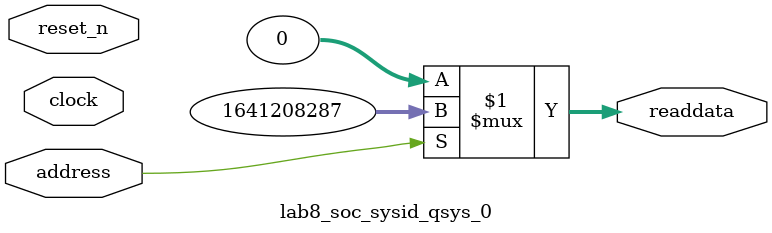
<source format=v>



// synthesis translate_off
`timescale 1ns / 1ps
// synthesis translate_on

// turn off superfluous verilog processor warnings 
// altera message_level Level1 
// altera message_off 10034 10035 10036 10037 10230 10240 10030 

module lab8_soc_sysid_qsys_0 (
               // inputs:
                address,
                clock,
                reset_n,

               // outputs:
                readdata
             )
;

  output  [ 31: 0] readdata;
  input            address;
  input            clock;
  input            reset_n;

  wire    [ 31: 0] readdata;
  //control_slave, which is an e_avalon_slave
  assign readdata = address ? 1641208287 : 0;

endmodule



</source>
